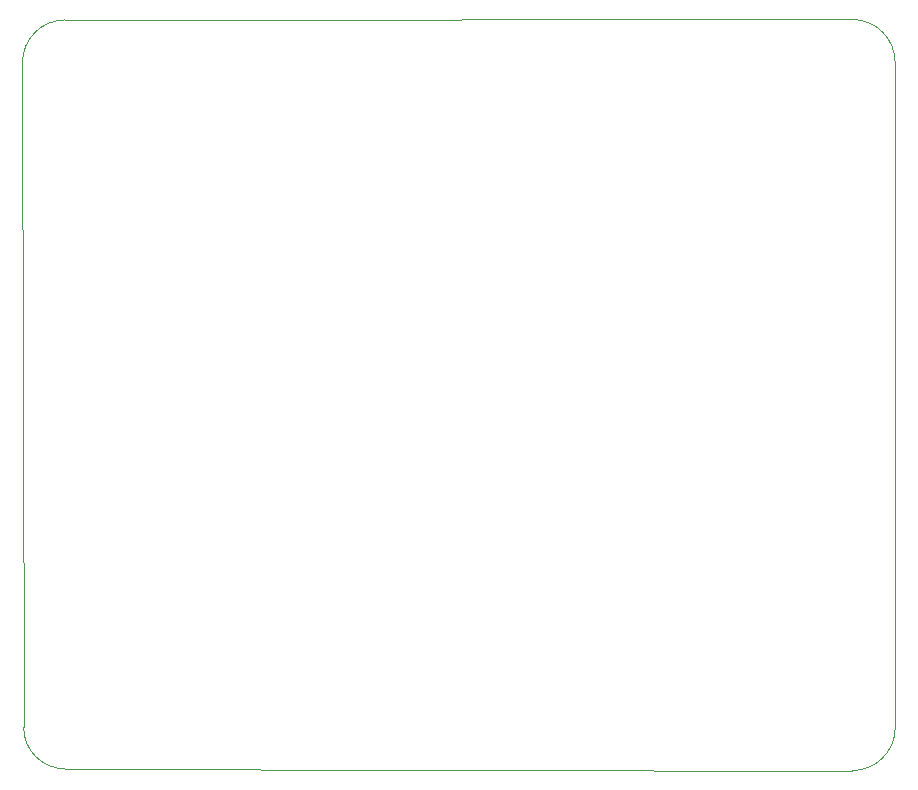
<source format=gbr>
G04 #@! TF.GenerationSoftware,KiCad,Pcbnew,7.0.8*
G04 #@! TF.CreationDate,2024-01-21T01:23:10-07:00*
G04 #@! TF.ProjectId,Pedal Load ,50656461-6c20-44c6-9f61-64202e6b6963,rev?*
G04 #@! TF.SameCoordinates,Original*
G04 #@! TF.FileFunction,Profile,NP*
%FSLAX46Y46*%
G04 Gerber Fmt 4.6, Leading zero omitted, Abs format (unit mm)*
G04 Created by KiCad (PCBNEW 7.0.8) date 2024-01-21 01:23:10*
%MOMM*%
%LPD*%
G01*
G04 APERTURE LIST*
G04 #@! TA.AperFunction,Profile*
%ADD10C,0.100000*%
G04 #@! TD*
G04 APERTURE END LIST*
D10*
X173800000Y-44500000D02*
X107154416Y-44545584D01*
X177454060Y-104496568D02*
X177445168Y-48200683D01*
X177445184Y-48200683D02*
G75*
G03*
X173800000Y-44500000I-3645184J55083D01*
G01*
X107154416Y-107945584D02*
X173800000Y-108100000D01*
X103554416Y-48145584D02*
X103654416Y-104445584D01*
X173800000Y-108100015D02*
G75*
G03*
X177454060Y-104496568I0J3654415D01*
G01*
X107154416Y-44545616D02*
G75*
G03*
X103554416Y-48145584I-16J-3599984D01*
G01*
X103654416Y-104445584D02*
G75*
G03*
X107154416Y-107945584I3499984J-16D01*
G01*
M02*

</source>
